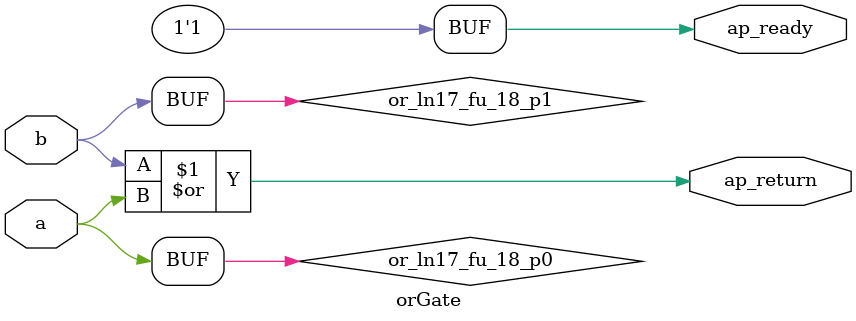
<source format=v>

`timescale 1 ns / 1 ps 

module orGate (
        ap_ready,
        a,
        b,
        ap_return
);


output   ap_ready;
input   a;
input   b;
output  [0:0] ap_return;

wire   [0:0] or_ln17_fu_18_p0;
wire   [0:0] or_ln17_fu_18_p1;

assign ap_ready = 1'b1;

assign ap_return = (or_ln17_fu_18_p1 | or_ln17_fu_18_p0);

assign or_ln17_fu_18_p0 = a;

assign or_ln17_fu_18_p1 = b;

endmodule //orGate

</source>
